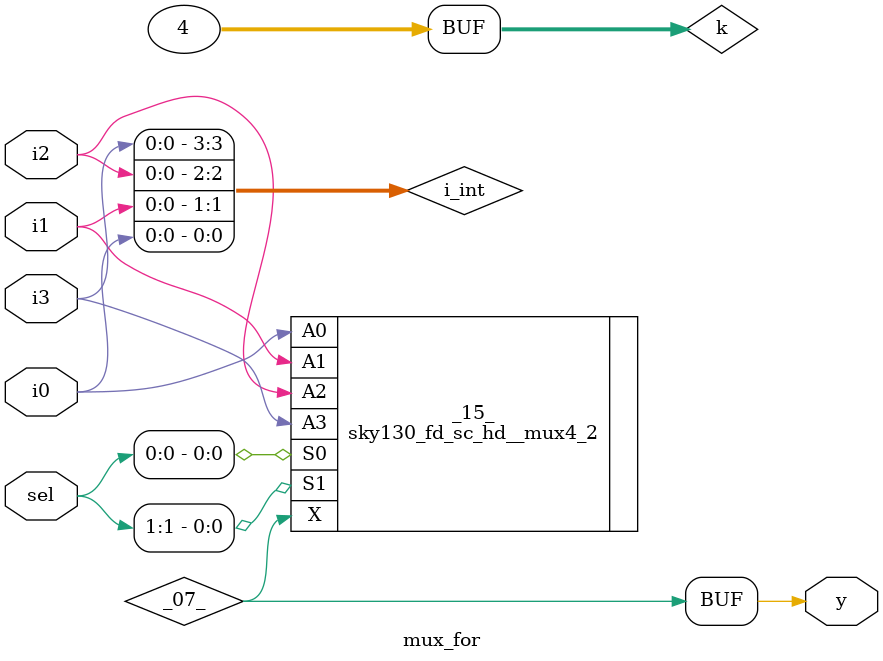
<source format=v>
/* Generated by Yosys 0.33 (git sha1 2584903a060) */

(* top =  1  *)
(* src = "mux_for.v:1.1-12.10" *)
module mux_for(i0, i1, i2, i3, sel, y);
  (* src = "mux_for.v:5.1-11.4" *)
  wire _00_;
  wire _01_;
  wire _02_;
  wire _03_;
  wire _04_;
  wire _05_;
  wire _06_;
  (* src = "mux_for.v:5.1-11.4" *)
  wire _07_;
  wire _08_;
  (* src = "mux_for.v:1.23-1.25" *)
  wire _09_;
  (* src = "mux_for.v:1.34-1.36" *)
  wire _10_;
  (* src = "mux_for.v:1.44-1.46" *)
  wire _11_;
  (* src = "mux_for.v:1.55-1.57" *)
  wire _12_;
  (* src = "mux_for.v:1.72-1.75" *)
  wire _13_;
  (* src = "mux_for.v:1.72-1.75" *)
  wire _14_;
  (* src = "mux_for.v:1.23-1.25" *)
  input i0;
  wire i0;
  (* src = "mux_for.v:1.34-1.36" *)
  input i1;
  wire i1;
  (* src = "mux_for.v:1.44-1.46" *)
  input i2;
  wire i2;
  (* src = "mux_for.v:1.55-1.57" *)
  input i3;
  wire i3;
  (* src = "mux_for.v:2.12-2.17" *)
  wire [3:0] i_int;
  (* src = "mux_for.v:4.9-4.10" *)
  wire [31:0] k;
  (* src = "mux_for.v:1.72-1.75" *)
  input [1:0] sel;
  wire [1:0] sel;
  (* src = "mux_for.v:1.90-1.91" *)
  output y;
  reg y;
  sky130_fd_sc_hd__mux4_2 _15_ (
    .A0(_09_),
    .A1(_10_),
    .A2(_11_),
    .A3(_12_),
    .S0(_13_),
    .S1(_14_),
    .X(_07_)
  );
  (* src = "mux_for.v:5.1-11.4" *)
  always @*
    if (!_01_) y = _00_;
  assign i_int = { i3, i2, i1, i0 };
  assign k = 32'd4;
  assign _08_ = 1'h0;
  assign _14_ = sel[1];
  assign _13_ = sel[0];
  assign _09_ = i0;
  assign _10_ = i1;
  assign _11_ = i2;
  assign _12_ = i3;
  assign _00_ = _07_;
  assign _01_ = _08_;
endmodule

</source>
